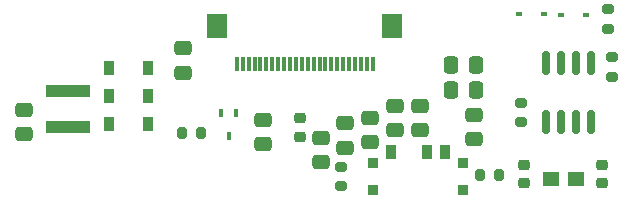
<source format=gtp>
G04 #@! TF.GenerationSoftware,KiCad,Pcbnew,6.0.9-8da3e8f707~117~ubuntu20.04.1*
G04 #@! TF.CreationDate,2022-12-28T17:02:08+01:00*
G04 #@! TF.ProjectId,tinypico-goodisplay,74696e79-7069-4636-9f2d-676f6f646973,rev?*
G04 #@! TF.SameCoordinates,Original*
G04 #@! TF.FileFunction,Paste,Top*
G04 #@! TF.FilePolarity,Positive*
%FSLAX46Y46*%
G04 Gerber Fmt 4.6, Leading zero omitted, Abs format (unit mm)*
G04 Created by KiCad (PCBNEW 6.0.9-8da3e8f707~117~ubuntu20.04.1) date 2022-12-28 17:02:08*
%MOMM*%
%LPD*%
G01*
G04 APERTURE LIST*
G04 Aperture macros list*
%AMRoundRect*
0 Rectangle with rounded corners*
0 $1 Rounding radius*
0 $2 $3 $4 $5 $6 $7 $8 $9 X,Y pos of 4 corners*
0 Add a 4 corners polygon primitive as box body*
4,1,4,$2,$3,$4,$5,$6,$7,$8,$9,$2,$3,0*
0 Add four circle primitives for the rounded corners*
1,1,$1+$1,$2,$3*
1,1,$1+$1,$4,$5*
1,1,$1+$1,$6,$7*
1,1,$1+$1,$8,$9*
0 Add four rect primitives between the rounded corners*
20,1,$1+$1,$2,$3,$4,$5,0*
20,1,$1+$1,$4,$5,$6,$7,0*
20,1,$1+$1,$6,$7,$8,$9,0*
20,1,$1+$1,$8,$9,$2,$3,0*%
G04 Aperture macros list end*
%ADD10RoundRect,0.250000X0.475000X-0.337500X0.475000X0.337500X-0.475000X0.337500X-0.475000X-0.337500X0*%
%ADD11RoundRect,0.250000X0.337500X0.475000X-0.337500X0.475000X-0.337500X-0.475000X0.337500X-0.475000X0*%
%ADD12R,0.600000X0.450000*%
%ADD13R,0.450000X0.700000*%
%ADD14RoundRect,0.200000X-0.200000X-0.275000X0.200000X-0.275000X0.200000X0.275000X-0.200000X0.275000X0*%
%ADD15R,1.422400X1.295400*%
%ADD16RoundRect,0.225000X0.250000X-0.225000X0.250000X0.225000X-0.250000X0.225000X-0.250000X-0.225000X0*%
%ADD17R,0.889000X1.244600*%
%ADD18R,0.812800X0.939800*%
%ADD19RoundRect,0.200000X0.275000X-0.200000X0.275000X0.200000X-0.275000X0.200000X-0.275000X-0.200000X0*%
%ADD20R,0.900000X1.200000*%
%ADD21R,3.708400X1.092200*%
%ADD22RoundRect,0.200000X0.200000X0.275000X-0.200000X0.275000X-0.200000X-0.275000X0.200000X-0.275000X0*%
%ADD23R,0.304800X1.193800*%
%ADD24R,1.803400X2.006600*%
%ADD25RoundRect,0.225000X-0.250000X0.225000X-0.250000X-0.225000X0.250000X-0.225000X0.250000X0.225000X0*%
%ADD26RoundRect,0.250000X-0.475000X0.337500X-0.475000X-0.337500X0.475000X-0.337500X0.475000X0.337500X0*%
%ADD27RoundRect,0.150000X0.150000X-0.825000X0.150000X0.825000X-0.150000X0.825000X-0.150000X-0.825000X0*%
G04 APERTURE END LIST*
D10*
X98950000Y-49537500D03*
X98950000Y-47462500D03*
D11*
X112087500Y-41350000D03*
X110012500Y-41350000D03*
D10*
X87250000Y-41987500D03*
X87250000Y-39912500D03*
D12*
X117850000Y-36995000D03*
X115750000Y-36995000D03*
D13*
X91800000Y-45350000D03*
X90500000Y-45350000D03*
X91150000Y-47350000D03*
D14*
X112425000Y-50600000D03*
X114075000Y-50600000D03*
D10*
X107350000Y-46837500D03*
X107350000Y-44762500D03*
D15*
X120592200Y-50950000D03*
X118407800Y-50950000D03*
D16*
X97200000Y-47375000D03*
X97200000Y-45825000D03*
D17*
X104942100Y-48664820D03*
X107939300Y-48664820D03*
X109437900Y-48664820D03*
D18*
X103390160Y-49609700D03*
X110989840Y-49609700D03*
X103390160Y-51870300D03*
X110989840Y-51870300D03*
D19*
X123300000Y-38250000D03*
X123300000Y-36600000D03*
D20*
X81050000Y-43950000D03*
X84350000Y-43950000D03*
D19*
X115950000Y-46175000D03*
X115950000Y-44525000D03*
D10*
X105250000Y-46837500D03*
X105250000Y-44762500D03*
X94050000Y-48037500D03*
X94050000Y-45962500D03*
D20*
X84350000Y-41550000D03*
X81050000Y-41550000D03*
D12*
X119300000Y-37050000D03*
X121400000Y-37050000D03*
D19*
X100700000Y-51575000D03*
X100700000Y-49925000D03*
D11*
X112087500Y-43450000D03*
X110012500Y-43450000D03*
D21*
X77550000Y-46548600D03*
X77550000Y-43551400D03*
D22*
X88825000Y-47050000D03*
X87175000Y-47050000D03*
D10*
X111950000Y-47587500D03*
X111950000Y-45512500D03*
D23*
X103350001Y-41199999D03*
X102850000Y-41199999D03*
X102350001Y-41199999D03*
X101849999Y-41199999D03*
X101350000Y-41199999D03*
X100850001Y-41199999D03*
X100350000Y-41199999D03*
X99850001Y-41199999D03*
X99349999Y-41199999D03*
X98850000Y-41199999D03*
X98350001Y-41199999D03*
X97850000Y-41199999D03*
X97350000Y-41199999D03*
X96849999Y-41199999D03*
X96350000Y-41199999D03*
X95850001Y-41199999D03*
X95349999Y-41199999D03*
X94850000Y-41199999D03*
X94349999Y-41199999D03*
X93850000Y-41199999D03*
X93350001Y-41199999D03*
X92849999Y-41199999D03*
X92350000Y-41199999D03*
X91850001Y-41199999D03*
D24*
X105000000Y-38050000D03*
X90200000Y-38050000D03*
D19*
X123650000Y-42300000D03*
X123650000Y-40650000D03*
D10*
X103150000Y-47837500D03*
X103150000Y-45762500D03*
D25*
X116200000Y-49775000D03*
X116200000Y-51325000D03*
D20*
X84350000Y-46350000D03*
X81050000Y-46350000D03*
D25*
X122800000Y-49775000D03*
X122800000Y-51325000D03*
D26*
X73800000Y-45100000D03*
X73800000Y-47175000D03*
D27*
X118045000Y-46125000D03*
X119315000Y-46125000D03*
X120585000Y-46125000D03*
X121855000Y-46125000D03*
X121855000Y-41175000D03*
X120585000Y-41175000D03*
X119315000Y-41175000D03*
X118045000Y-41175000D03*
D10*
X101000000Y-48337500D03*
X101000000Y-46262500D03*
M02*

</source>
